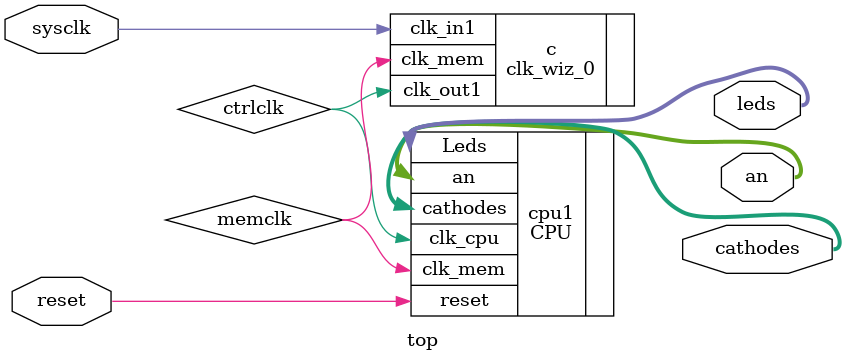
<source format=v>
`timescale 1ns / 1ps

module top(
    input reset,
    input sysclk,
    output [3:0] an,
    output [7:0] cathodes,
    output [7:0] leds
    );
wire ctrlclk, memclk;
clk_wiz_0 c(.clk_in1(sysclk),.clk_out1(ctrlclk),.clk_mem(memclk));
CPU cpu1(.reset(reset),.clk_cpu(ctrlclk),.clk_mem(memclk),.Leds(leds),.cathodes(cathodes),.an(an));

endmodule

</source>
